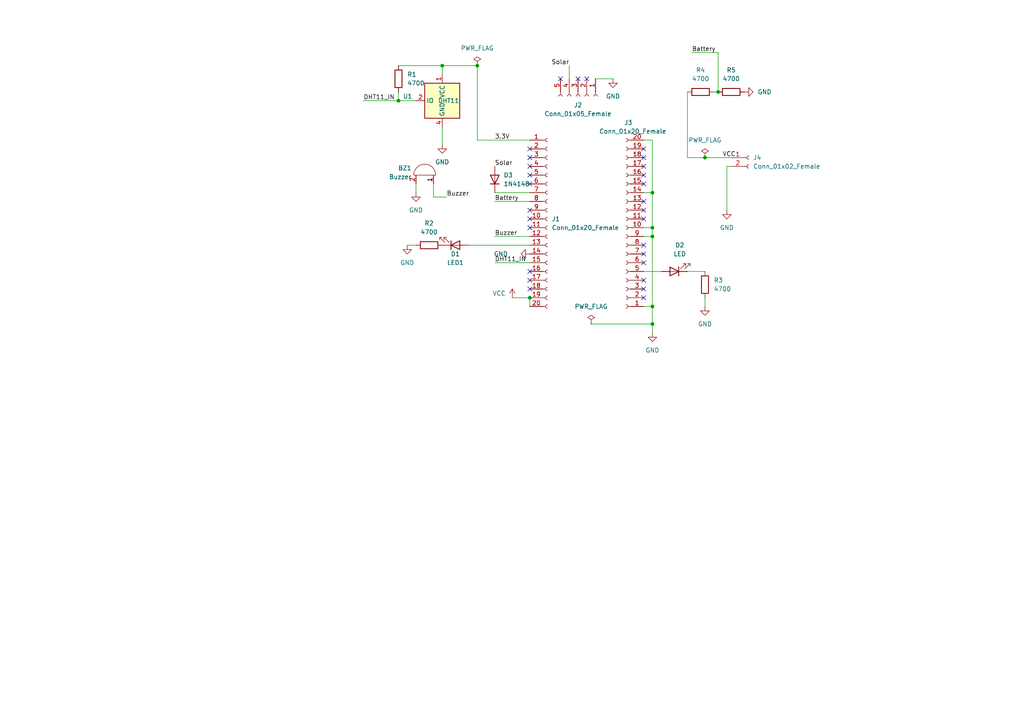
<source format=kicad_sch>
(kicad_sch (version 20211123) (generator eeschema)
  (paper "A4")
  (lib_symbols
    (symbol "Connector:Conn_01x02_Female" (pin_names (offset 1.016) hide)
      (property "Reference" "J" (at 0 2.54 0))
      (property "Value" "Conn_01x02_Female" (at 0 -5.08 0))
      (symbol "Conn_01x02_Female_1_1"
        (arc (start 0 -2.032) (mid -0.508 -2.54) (end 0 -3.048) (stroke (width 0.1524)))
        (polyline (pts (xy -1.27 -2.54) (xy -0.508 -2.54)) (stroke (width 0.1524)))
        (polyline (pts (xy -1.27 0) (xy -0.508 0)) (stroke (width 0.1524)))
        (arc (start 0 0.508) (mid -0.508 0) (end 0 -0.508) (stroke (width 0.1524)))
        (pin passive line (at -5.08 0 0) (length 3.81) (name "Pin_1") (number "1"))
        (pin passive line (at -5.08 -2.54 0) (length 3.81) (name "Pin_2") (number "2"))
      )
    )
    (symbol "Connector:Conn_01x05_Female" (pin_names (offset 1.016) hide)
      (property "Reference" "J" (at 0 7.62 0))
      (property "Value" "Conn_01x05_Female" (at 0 -7.62 0))
      (symbol "Conn_01x05_Female_1_1"
        (arc (start 0 -4.572) (mid -0.508 -5.08) (end 0 -5.588) (stroke (width 0.1524)))
        (arc (start 0 -2.032) (mid -0.508 -2.54) (end 0 -3.048) (stroke (width 0.1524)))
        (polyline (pts (xy -1.27 -5.08) (xy -0.508 -5.08)) (stroke (width 0.1524)))
        (polyline (pts (xy -1.27 -2.54) (xy -0.508 -2.54)) (stroke (width 0.1524)))
        (polyline (pts (xy -1.27 0) (xy -0.508 0)) (stroke (width 0.1524)))
        (polyline (pts (xy -1.27 2.54) (xy -0.508 2.54)) (stroke (width 0.1524)))
        (polyline (pts (xy -1.27 5.08) (xy -0.508 5.08)) (stroke (width 0.1524)))
        (arc (start 0 0.508) (mid -0.508 0) (end 0 -0.508) (stroke (width 0.1524)))
        (arc (start 0 3.048) (mid -0.508 2.54) (end 0 2.032) (stroke (width 0.1524)))
        (arc (start 0 5.588) (mid -0.508 5.08) (end 0 4.572) (stroke (width 0.1524)))
        (pin passive line (at -5.08 5.08 0) (length 3.81) (name "Pin_1") (number "1"))
        (pin passive line (at -5.08 2.54 0) (length 3.81) (name "Pin_2") (number "2"))
        (pin passive line (at -5.08 0 0) (length 3.81) (name "Pin_3") (number "3"))
        (pin passive line (at -5.08 -2.54 0) (length 3.81) (name "Pin_4") (number "4"))
        (pin passive line (at -5.08 -5.08 0) (length 3.81) (name "Pin_5") (number "5"))
      )
    )
    (symbol "Connector:Conn_01x20_Female" (pin_names (offset 1.016) hide)
      (property "Reference" "J" (at 0 25.4 0))
      (property "Value" "Conn_01x20_Female" (at 0 -27.94 0))
      (symbol "Conn_01x20_Female_1_1"
        (arc (start 0 -24.892) (mid -0.508 -25.4) (end 0 -25.908) (stroke (width 0.1524)))
        (arc (start 0 -22.352) (mid -0.508 -22.86) (end 0 -23.368) (stroke (width 0.1524)))
        (arc (start 0 -19.812) (mid -0.508 -20.32) (end 0 -20.828) (stroke (width 0.1524)))
        (arc (start 0 -17.272) (mid -0.508 -17.78) (end 0 -18.288) (stroke (width 0.1524)))
        (arc (start 0 -14.732) (mid -0.508 -15.24) (end 0 -15.748) (stroke (width 0.1524)))
        (arc (start 0 -12.192) (mid -0.508 -12.7) (end 0 -13.208) (stroke (width 0.1524)))
        (arc (start 0 -9.652) (mid -0.508 -10.16) (end 0 -10.668) (stroke (width 0.1524)))
        (arc (start 0 -7.112) (mid -0.508 -7.62) (end 0 -8.128) (stroke (width 0.1524)))
        (arc (start 0 -4.572) (mid -0.508 -5.08) (end 0 -5.588) (stroke (width 0.1524)))
        (arc (start 0 -2.032) (mid -0.508 -2.54) (end 0 -3.048) (stroke (width 0.1524)))
        (polyline (pts (xy -1.27 -25.4) (xy -0.508 -25.4)) (stroke (width 0.1524)))
        (polyline (pts (xy -1.27 -22.86) (xy -0.508 -22.86)) (stroke (width 0.1524)))
        (polyline (pts (xy -1.27 -20.32) (xy -0.508 -20.32)) (stroke (width 0.1524)))
        (polyline (pts (xy -1.27 -17.78) (xy -0.508 -17.78)) (stroke (width 0.1524)))
        (polyline (pts (xy -1.27 -15.24) (xy -0.508 -15.24)) (stroke (width 0.1524)))
        (polyline (pts (xy -1.27 -12.7) (xy -0.508 -12.7)) (stroke (width 0.1524)))
        (polyline (pts (xy -1.27 -10.16) (xy -0.508 -10.16)) (stroke (width 0.1524)))
        (polyline (pts (xy -1.27 -7.62) (xy -0.508 -7.62)) (stroke (width 0.1524)))
        (polyline (pts (xy -1.27 -5.08) (xy -0.508 -5.08)) (stroke (width 0.1524)))
        (polyline (pts (xy -1.27 -2.54) (xy -0.508 -2.54)) (stroke (width 0.1524)))
        (polyline (pts (xy -1.27 0) (xy -0.508 0)) (stroke (width 0.1524)))
        (polyline (pts (xy -1.27 2.54) (xy -0.508 2.54)) (stroke (width 0.1524)))
        (polyline (pts (xy -1.27 5.08) (xy -0.508 5.08)) (stroke (width 0.1524)))
        (polyline (pts (xy -1.27 7.62) (xy -0.508 7.62)) (stroke (width 0.1524)))
        (polyline (pts (xy -1.27 10.16) (xy -0.508 10.16)) (stroke (width 0.1524)))
        (polyline (pts (xy -1.27 12.7) (xy -0.508 12.7)) (stroke (width 0.1524)))
        (polyline (pts (xy -1.27 15.24) (xy -0.508 15.24)) (stroke (width 0.1524)))
        (polyline (pts (xy -1.27 17.78) (xy -0.508 17.78)) (stroke (width 0.1524)))
        (polyline (pts (xy -1.27 20.32) (xy -0.508 20.32)) (stroke (width 0.1524)))
        (polyline (pts (xy -1.27 22.86) (xy -0.508 22.86)) (stroke (width 0.1524)))
        (arc (start 0 0.508) (mid -0.508 0) (end 0 -0.508) (stroke (width 0.1524)))
        (arc (start 0 3.048) (mid -0.508 2.54) (end 0 2.032) (stroke (width 0.1524)))
        (arc (start 0 5.588) (mid -0.508 5.08) (end 0 4.572) (stroke (width 0.1524)))
        (arc (start 0 8.128) (mid -0.508 7.62) (end 0 7.112) (stroke (width 0.1524)))
        (arc (start 0 10.668) (mid -0.508 10.16) (end 0 9.652) (stroke (width 0.1524)))
        (arc (start 0 13.208) (mid -0.508 12.7) (end 0 12.192) (stroke (width 0.1524)))
        (arc (start 0 15.748) (mid -0.508 15.24) (end 0 14.732) (stroke (width 0.1524)))
        (arc (start 0 18.288) (mid -0.508 17.78) (end 0 17.272) (stroke (width 0.1524)))
        (arc (start 0 20.828) (mid -0.508 20.32) (end 0 19.812) (stroke (width 0.1524)))
        (arc (start 0 23.368) (mid -0.508 22.86) (end 0 22.352) (stroke (width 0.1524)))
        (pin passive line (at -5.08 22.86 0) (length 3.81) (name "Pin_1") (number "1"))
        (pin passive line (at -5.08 0 0) (length 3.81) (name "Pin_10") (number "10"))
        (pin passive line (at -5.08 -2.54 0) (length 3.81) (name "Pin_11") (number "11"))
        (pin passive line (at -5.08 -5.08 0) (length 3.81) (name "Pin_12") (number "12"))
        (pin passive line (at -5.08 -7.62 0) (length 3.81) (name "Pin_13") (number "13"))
        (pin passive line (at -5.08 -10.16 0) (length 3.81) (name "Pin_14") (number "14"))
        (pin passive line (at -5.08 -12.7 0) (length 3.81) (name "Pin_15") (number "15"))
        (pin passive line (at -5.08 -15.24 0) (length 3.81) (name "Pin_16") (number "16"))
        (pin passive line (at -5.08 -17.78 0) (length 3.81) (name "Pin_17") (number "17"))
        (pin passive line (at -5.08 -20.32 0) (length 3.81) (name "Pin_18") (number "18"))
        (pin passive line (at -5.08 -22.86 0) (length 3.81) (name "Pin_19") (number "19"))
        (pin passive line (at -5.08 20.32 0) (length 3.81) (name "Pin_2") (number "2"))
        (pin passive line (at -5.08 -25.4 0) (length 3.81) (name "Pin_20") (number "20"))
        (pin passive line (at -5.08 17.78 0) (length 3.81) (name "Pin_3") (number "3"))
        (pin passive line (at -5.08 15.24 0) (length 3.81) (name "Pin_4") (number "4"))
        (pin passive line (at -5.08 12.7 0) (length 3.81) (name "Pin_5") (number "5"))
        (pin passive line (at -5.08 10.16 0) (length 3.81) (name "Pin_6") (number "6"))
        (pin passive line (at -5.08 7.62 0) (length 3.81) (name "Pin_7") (number "7"))
        (pin passive line (at -5.08 5.08 0) (length 3.81) (name "Pin_8") (number "8"))
        (pin passive line (at -5.08 2.54 0) (length 3.81) (name "Pin_9") (number "9"))
      )
    )
    (symbol "Device:Buzzer" (pin_names (offset 0.0254) hide)
      (property "Reference" "BZ" (at 3.81 1.27 0))
      (property "Value" "Buzzer" (at 3.81 -1.27 0))
      (symbol "Buzzer_0_1"
        (arc (start 0 -3.175) (mid 3.175 0) (end 0 3.175))
        (polyline (pts (xy -1.651 1.905) (xy -1.143 1.905)))
        (polyline (pts (xy -1.397 2.159) (xy -1.397 1.651)))
        (polyline (pts (xy 0 3.175) (xy 0 -3.175)))
      )
      (symbol "Buzzer_1_1"
        (pin passive line (at -2.54 2.54 0) (length 2.54) (name "-") (number "1"))
        (pin passive line (at -2.54 -2.54 0) (length 2.54) (name "+") (number "2"))
      )
    )
    (symbol "Device:LED" (pin_numbers hide) (pin_names (offset 1.016) hide)
      (property "Reference" "D" (at 0 2.54 0))
      (property "Value" "LED" (at 0 -2.54 0))
      (symbol "LED_0_1"
        (polyline (pts (xy -1.27 -1.27) (xy -1.27 1.27)) (stroke (width 0.254)))
        (polyline (pts (xy -1.27 0) (xy 1.27 0)))
        (polyline (pts (xy 1.27 -1.27) (xy 1.27 1.27) (xy -1.27 0) (xy 1.27 -1.27)) (stroke (width 0.254)))
        (polyline (pts (xy -3.048 -0.762) (xy -4.572 -2.286) (xy -3.81 -2.286) (xy -4.572 -2.286) (xy -4.572 -1.524)))
        (polyline (pts (xy -1.778 -0.762) (xy -3.302 -2.286) (xy -2.54 -2.286) (xy -3.302 -2.286) (xy -3.302 -1.524)))
      )
      (symbol "LED_1_1"
        (pin passive line (at -3.81 0 0) (length 2.54) (name "K") (number "1"))
        (pin passive line (at 3.81 0 180) (length 2.54) (name "A") (number "2"))
      )
    )
    (symbol "Device:R" (pin_numbers hide) (pin_names (offset 0))
      (property "Reference" "R" (at 2.032 0 90))
      (property "Value" "R" (at 0 0 90))
      (symbol "R_0_1"
        (rectangle (start -1.016 -2.54) (end 1.016 2.54) (stroke (width 0.254)))
      )
      (symbol "R_1_1"
        (pin passive line (at 0 3.81 270) (length 1.27) (name "~") (number "1"))
        (pin passive line (at 0 -3.81 90) (length 1.27) (name "~") (number "2"))
      )
    )
    (symbol "Diode:1N4148" (pin_numbers hide) (pin_names (offset 1.016) hide)
      (property "Reference" "D" (at 0 2.54 0))
      (property "Value" "1N4148" (at 0 -2.54 0))
      (symbol "1N4148_0_1"
        (polyline (pts (xy -1.27 1.27) (xy -1.27 -1.27)) (stroke (width 0.254)))
        (polyline (pts (xy 1.27 0) (xy -1.27 0)))
        (polyline (pts (xy 1.27 1.27) (xy 1.27 -1.27) (xy -1.27 0) (xy 1.27 1.27)) (stroke (width 0.254)))
      )
      (symbol "1N4148_1_1"
        (pin passive line (at -3.81 0 0) (length 2.54) (name "K") (number "1"))
        (pin passive line (at 3.81 0 180) (length 2.54) (name "A") (number "2"))
      )
    )
    (symbol "Sensor:DHT11"
      (property "Reference" "U" (at -3.81 6.35 0))
      (property "Value" "DHT11" (at 3.81 6.35 0))
      (symbol "DHT11_0_1"
        (rectangle (start -5.08 5.08) (end 5.08 -5.08) (stroke (width 0.254)) (fill (type background)))
      )
      (symbol "DHT11_1_1"
        (pin power_in line (at 0 7.62 270) (length 2.54) (name "VCC") (number "1"))
        (pin bidirectional line (at 7.62 0 180) (length 2.54) (name "IO") (number "2"))
        (pin no_connect line (at -5.08 0 0) (length 2.54) hide (name "NC") (number "3"))
        (pin power_in line (at 0 -7.62 90) (length 2.54) (name "GND") (number "4"))
      )
    )
    (symbol "power:GND" (power) (pin_names (offset 0))
      (property "Value" "GND" (at 0 -3.81 0))
      (symbol "GND_0_1"
        (polyline (pts (xy 0 0) (xy 0 -1.27) (xy 1.27 -1.27) (xy 0 -2.54) (xy -1.27 -1.27) (xy 0 -1.27)))
      )
      (symbol "GND_1_1"
        (pin power_in line (at 0 0 270) (length 0) hide (name "GND") (number "1"))
      )
    )
    (symbol "power:PWR_FLAG" (power) (pin_numbers hide) (pin_names (offset 0) hide)
      (property "Value" "PWR_FLAG" (at 0 3.81 0))
      (symbol "PWR_FLAG_0_0"
        (pin power_out line (at 0 0 90) (length 0) (name "pwr") (number "1"))
      )
      (symbol "PWR_FLAG_0_1"
        (polyline (pts (xy 0 0) (xy 0 1.27) (xy -1.016 1.905) (xy 0 2.54) (xy 1.016 1.905) (xy 0 1.27)))
      )
    )
    (symbol "power:VCC" (power) (pin_names (offset 0))
      (property "Value" "VCC" (at 0 3.81 0))
      (symbol "VCC_0_1"
        (polyline (pts (xy -0.762 1.27) (xy 0 2.54)))
        (polyline (pts (xy 0 0) (xy 0 2.54)))
        (polyline (pts (xy 0 2.54) (xy 0.762 1.27)))
      )
      (symbol "VCC_1_1"
        (pin power_in line (at 0 0 90) (length 0) hide (name "VCC") (number "1"))
      )
    )
  )
  (junction (at 189.23 93.98))
  (junction (at 115.57 29.21))
  (junction (at 189.23 88.9))
  (junction (at 138.43 19.05))
  (junction (at 153.67 86.36))
  (junction (at 189.23 66.04))
  (junction (at 189.23 68.58))
  (junction (at 208.28 26.67))
  (junction (at 204.47 45.72))
  (junction (at 128.27 19.05))
  (junction (at 189.23 55.88))
  (no_connect (at 153.67 81.28))
  (no_connect (at 153.67 78.74))
  (no_connect (at 153.67 66.04))
  (no_connect (at 162.56 22.86))
  (no_connect (at 186.69 86.36))
  (no_connect (at 186.69 83.82))
  (no_connect (at 186.69 50.8))
  (no_connect (at 186.69 48.26))
  (no_connect (at 186.69 45.72))
  (no_connect (at 186.69 43.18))
  (no_connect (at 186.69 60.96))
  (no_connect (at 186.69 58.42))
  (no_connect (at 186.69 53.34))
  (no_connect (at 153.67 43.18))
  (no_connect (at 186.69 76.2))
  (no_connect (at 186.69 73.66))
  (no_connect (at 186.69 71.12))
  (no_connect (at 186.69 81.28))
  (no_connect (at 186.69 63.5))
  (no_connect (at 153.67 83.82))
  (no_connect (at 153.67 53.34))
  (no_connect (at 153.67 50.8))
  (no_connect (at 153.67 48.26))
  (no_connect (at 153.67 45.72))
  (no_connect (at 153.67 63.5))
  (no_connect (at 153.67 60.96))
  (no_connect (at 170.18 22.86))
  (no_connect (at 167.64 22.86))
  (wire (pts (xy 204.47 78.74) (xy 199.39 78.74)))
  (wire (pts (xy 143.51 68.58) (xy 153.67 68.58)))
  (wire (pts (xy 105.41 29.21) (xy 115.57 29.21)))
  (wire (pts (xy 135.89 71.12) (xy 153.67 71.12)))
  (wire (pts (xy 171.45 93.98) (xy 189.23 93.98)))
  (wire (pts (xy 153.67 86.36) (xy 153.67 88.9)))
  (wire (pts (xy 199.39 26.67) (xy 199.39 45.72)))
  (wire (pts (xy 189.23 55.88) (xy 189.23 66.04)))
  (wire (pts (xy 118.11 71.12) (xy 120.65 71.12)))
  (wire (pts (xy 186.69 88.9) (xy 189.23 88.9)))
  (wire (pts (xy 208.28 15.24) (xy 208.28 26.67)))
  (wire (pts (xy 115.57 26.67) (xy 115.57 29.21)))
  (wire (pts (xy 120.65 53.34) (xy 120.65 55.88)))
  (wire (pts (xy 115.57 29.21) (xy 120.65 29.21)))
  (wire (pts (xy 189.23 68.58) (xy 189.23 88.9)))
  (wire (pts (xy 207.01 26.67) (xy 208.28 26.67)))
  (wire (pts (xy 128.27 36.83) (xy 128.27 41.91)))
  (wire (pts (xy 186.69 78.74) (xy 191.77 78.74)))
  (wire (pts (xy 165.1 19.05) (xy 165.1 22.86)))
  (wire (pts (xy 210.82 48.26) (xy 212.09 48.26)))
  (wire (pts (xy 204.47 86.36) (xy 204.47 88.9)))
  (wire (pts (xy 172.72 22.86) (xy 177.8 22.86)))
  (wire (pts (xy 148.59 86.36) (xy 153.67 86.36)))
  (wire (pts (xy 186.69 55.88) (xy 189.23 55.88)))
  (wire (pts (xy 138.43 19.05) (xy 128.27 19.05)))
  (wire (pts (xy 189.23 93.98) (xy 189.23 88.9)))
  (wire (pts (xy 210.82 48.26) (xy 210.82 60.96)))
  (wire (pts (xy 186.69 68.58) (xy 189.23 68.58)))
  (wire (pts (xy 143.51 58.42) (xy 153.67 58.42)))
  (wire (pts (xy 199.39 45.72) (xy 204.47 45.72)))
  (wire (pts (xy 186.69 40.64) (xy 189.23 40.64)))
  (wire (pts (xy 143.51 76.2) (xy 153.67 76.2)))
  (wire (pts (xy 186.69 66.04) (xy 189.23 66.04)))
  (wire (pts (xy 189.23 66.04) (xy 189.23 68.58)))
  (wire (pts (xy 138.43 40.64) (xy 153.67 40.64)))
  (wire (pts (xy 115.57 19.05) (xy 128.27 19.05)))
  (wire (pts (xy 125.73 57.15) (xy 125.73 53.34)))
  (wire (pts (xy 143.51 55.88) (xy 153.67 55.88)))
  (wire (pts (xy 189.23 96.52) (xy 189.23 93.98)))
  (wire (pts (xy 128.27 19.05) (xy 128.27 21.59)))
  (wire (pts (xy 200.66 15.24) (xy 208.28 15.24)))
  (wire (pts (xy 138.43 40.64) (xy 138.43 19.05)))
  (wire (pts (xy 125.73 57.15) (xy 129.54 57.15)))
  (wire (pts (xy 189.23 40.64) (xy 189.23 55.88)))
  (wire (pts (xy 204.47 45.72) (xy 212.09 45.72)))
  (label "Solar" (at 143.51 48.26 0))
  (label "VCC" (at 209.55 45.72 0))
  (label "Battery" (at 200.66 15.24 0))
  (label "3.3V" (at 143.51 40.64 0))
  (label "DHT11_IN" (at 105.41 29.21 0))
  (label "Buzzer" (at 129.54 57.15 0))
  (label "Battery" (at 143.51 58.42 0))
  (label "Solar" (at 165.1 19.05 180))
  (label "DHT11_IN" (at 143.51 76.2 0))
  (label "Buzzer" (at 143.51 68.58 0))
  (symbol (lib_id "Device:LED") (at 132.08 71.12 0) (mirror x) (unit 1)
    (property "Reference" "LED1" (at 132.08 76.2 0))
    (property "Value" "D1" (at 132.08 73.66 0))
    (property "Footprint" "LED_SMD:LED_0805_2012Metric_Pad1.15x1.40mm_HandSolder" (effects hide))
  )
  (symbol (lib_id "power:PWR_FLAG") (at 171.45 93.98 0) (unit 1)
    (property "Reference" "#FLG0102" (effects hide))
    (property "Value" "PWR_FLAG" (at 171.45 88.9 0))
  )
  (symbol (lib_id "power:VCC") (at 148.59 86.36 0) (unit 1)
    (property "Reference" "#PWR0101" (effects hide))
    (property "Value" "VCC" (at 144.78 85.09 0))
  )
  (symbol (lib_id "power:GND") (at 118.11 71.12 0) (unit 1)
    (property "Reference" "#PWR0102" (effects hide))
    (property "Value" "GND" (at 118.11 76.2 0))
  )
  (symbol (lib_id "Connector:Conn_01x20_Female") (at 181.61 66.04 180) (unit 1)
    (property "Reference" "J3" (at 182.245 35.56 0))
    (property "Value" "Conn_01x20_Female" (at 183.515 38.1 0))
    (property "Footprint" "Connector_PinSocket_2.54mm:PinSocket_1x20_P2.54mm_Vertical" (effects hide))
  )
  (symbol (lib_id "power:GND") (at 204.47 88.9 0) (unit 1)
    (property "Reference" "#PWR01" (effects hide))
    (property "Value" "GND" (at 204.47 93.98 0))
  )
  (symbol (lib_id "Device:R") (at 203.2 26.67 90) (unit 1)
    (property "Reference" "R4" (at 203.2 20.32 90))
    (property "Value" "4700" (at 203.2 22.86 90))
    (property "Footprint" "Resistor_SMD:R_0805_2012Metric_Pad1.20x1.40mm_HandSolder" (effects hide))
  )
  (symbol (lib_id "power:GND") (at 210.82 60.96 0) (unit 1)
    (property "Reference" "#PWR02" (effects hide))
    (property "Value" "GND" (at 210.82 66.04 0))
  )
  (symbol (lib_id "Connector:Conn_01x20_Female") (at 158.75 63.5 0) (unit 1)
    (property "Reference" "J1" (at 160.02 63.4999 0) (effects (justify left)))
    (property "Value" "Conn_01x20_Female" (at 160.02 66.0399 0) (effects (justify left)))
    (property "Footprint" "Connector_PinSocket_2.54mm:PinSocket_1x20_P2.54mm_Vertical" (effects hide))
  )
  (symbol (lib_id "power:GND") (at 120.65 55.88 0) (unit 1)
    (property "Reference" "#PWR0106" (effects hide))
    (property "Value" "GND" (at 120.65 60.96 0))
  )
  (symbol (lib_id "power:PWR_FLAG") (at 204.47 45.72 0) (unit 1)
    (property "Reference" "#FLG0101" (effects hide))
    (property "Value" "PWR_FLAG" (at 204.47 40.64 0))
  )
  (symbol (lib_id "power:GND") (at 215.9 26.67 90) (unit 1)
    (property "Reference" "#PWR0109" (effects hide))
    (property "Value" "GND" (at 219.71 26.6699 90) (effects (justify right)))
  )
  (symbol (lib_id "Device:Buzzer") (at 123.19 50.8 270) (mirror x) (unit 1)
    (property "Reference" "BZ1" (at 119.38 48.7679 90) (effects (justify right)))
    (property "Value" "Buzzer" (at 119.38 51.3079 90) (effects (justify right)))
    (property "Footprint" "Buzzer_Beeper:Buzzer_12x9.5RM7.6" (effects hide))
  )
  (symbol (lib_id "power:GND") (at 153.67 73.66 270) (unit 1)
    (property "Reference" "#PWR0110" (effects hide))
    (property "Value" "GND" (at 147.32 73.66 90) (effects (justify right)))
  )
  (symbol (lib_id "power:GND") (at 128.27 41.91 0) (unit 1)
    (property "Reference" "#PWR03" (effects hide))
    (property "Value" "GND" (at 128.27 46.99 0))
  )
  (symbol (lib_id "Connector:Conn_01x02_Female") (at 217.17 45.72 0) (unit 1)
    (property "Reference" "J4" (at 218.44 45.7199 0) (effects (justify left)))
    (property "Value" "Conn_01x02_Female" (at 218.44 48.2599 0) (effects (justify left)))
    (property "Footprint" "Connector_PinSocket_2.54mm:PinSocket_1x02_P2.54mm_Vertical" (effects hide))
  )
  (symbol (lib_id "Device:R") (at 212.09 26.67 90) (unit 1)
    (property "Reference" "R5" (at 212.09 20.32 90))
    (property "Value" "4700" (at 212.09 22.86 90))
    (property "Footprint" "Resistor_SMD:R_0805_2012Metric_Pad1.20x1.40mm_HandSolder" (effects hide))
  )
  (symbol (lib_id "Diode:1N4148") (at 143.51 52.07 90) (unit 1)
    (property "Reference" "D3" (at 146.05 50.7999 90) (effects (justify right)))
    (property "Value" "1N4148" (at 146.05 53.3399 90) (effects (justify right)))
    (property "Footprint" "Diode_SMD:D_0805_2012Metric_Pad1.15x1.40mm_HandSolder" (effects hide))
    (property "Datasheet" "https://assets.nexperia.com/documents/data-sheet/1N4148_1N4448.pdf" (effects hide))
  )
  (symbol (lib_id "power:GND") (at 189.23 96.52 0) (unit 1)
    (property "Reference" "#PWR0104" (effects hide))
    (property "Value" "GND" (at 189.23 101.6 0))
  )
  (symbol (lib_id "power:PWR_FLAG") (at 138.43 19.05 0) (unit 1)
    (property "Reference" "#FLG0103" (effects hide))
    (property "Value" "PWR_FLAG" (at 138.43 13.97 0))
  )
  (symbol (lib_id "Sensor:DHT11") (at 128.27 29.21 0) (mirror y) (unit 1)
    (property "Reference" "U1" (at 116.84 27.9399 0) (effects (justify right)))
    (property "Value" "DHT11" (at 127 29.21 0) (effects (justify right)))
    (property "Footprint" "Sensor:Aosong_DHT11_5.5x12.0_P2.54mm" (effects hide))
    (property "Datasheet" "http://akizukidenshi.com/download/ds/aosong/DHT11.pdf" (effects hide))
  )
  (symbol (lib_id "Device:R") (at 115.57 22.86 0) (unit 1)
    (property "Reference" "R1" (at 118.11 21.5899 0) (effects (justify left)))
    (property "Value" "4700" (at 118.11 24.1299 0) (effects (justify left)))
    (property "Footprint" "Resistor_SMD:R_0805_2012Metric_Pad1.20x1.40mm_HandSolder" (effects hide))
  )
  (symbol (lib_id "Connector:Conn_01x05_Female") (at 167.64 27.94 270) (unit 1)
    (property "Reference" "J2" (at 167.64 30.48 90))
    (property "Value" "Conn_01x05_Female" (at 167.64 33.02 90))
    (property "Footprint" "Connector_PinSocket_2.54mm:PinSocket_1x05_P2.54mm_Vertical" (effects hide))
  )
  (symbol (lib_id "Device:LED") (at 195.58 78.74 180) (unit 1)
    (property "Reference" "D2" (at 197.1675 71.12 0))
    (property "Value" "LED" (at 197.1675 73.66 0))
    (property "Footprint" "LED_SMD:LED_0805_2012Metric_Pad1.15x1.40mm_HandSolder" (effects hide))
  )
  (symbol (lib_id "Device:R") (at 204.47 82.55 0) (unit 1)
    (property "Reference" "R3" (at 207.01 81.2799 0) (effects (justify left)))
    (property "Value" "4700" (at 207.01 83.8199 0) (effects (justify left)))
    (property "Footprint" "Resistor_SMD:R_0805_2012Metric_Pad1.20x1.40mm_HandSolder" (effects hide))
  )
  (symbol (lib_id "power:GND") (at 177.8 22.86 0) (unit 1)
    (property "Reference" "#PWR0103" (effects hide))
    (property "Value" "GND" (at 177.8 27.94 0))
  )
  (symbol (lib_id "Device:R") (at 124.46 71.12 90) (unit 1)
    (property "Reference" "R2" (at 124.46 64.77 90))
    (property "Value" "4700" (at 124.46 67.31 90))
    (property "Footprint" "Resistor_SMD:R_0805_2012Metric_Pad1.20x1.40mm_HandSolder" (effects hide))
  )
)
</source>
